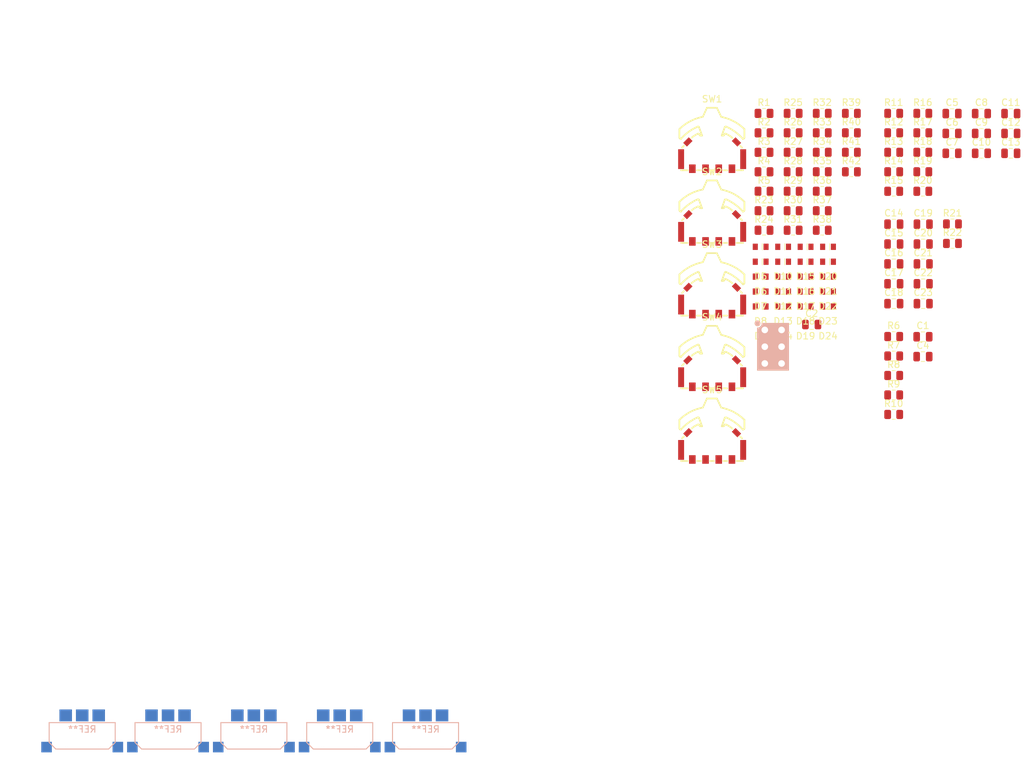
<source format=kicad_pcb>
(kicad_pcb (version 20231007) (generator pcbnew)
  (layers (0 "F.Cu" signal) (31 "B.Cu" signal) (34 "B.Paste" user) (35 "F.Paste" user) (36 "B.SilkS" user "B.Silkscreen") (37 "F.SilkS" user "F.Silkscreen") (38 "B.Mask" user) (39 "F.Mask" user) (44 "Edge.Cuts" user))
  (net 0 "")
  (net 1 "Net-(U1-EN{slash}CHIP_PU)")
  (net 2 "GND")
  (net 3 "+3V3")
  (net 4 "VIN")
  (net 5 "VUSB")
  (net 6 "/Power management/FB33")
  (net 7 "VBAT")
  (net 8 "/Power management/SENSE")
  (net 9 "Net-(D4-A)")
  (net 10 "Net-(D2-A)")
  (net 11 "/E-Paper/PREVGL")
  (net 12 "/E-Paper/PREVGH")
  (net 13 "/E-Paper/VGL")
  (net 14 "/E-Paper/VGH")
  (net 15 "Net-(J6-Pin_7)")
  (net 16 "/E-Paper/VSH")
  (net 17 "/E-Paper/VSL")
  (net 18 "/E-Paper/VCOM")
  (net 19 "/A")
  (net 20 "/B")
  (net 22 "SCL")
  (net 24 "SDA")
  (net 25 "/microcontroller/SDCARD CS")
  (net 26 "/CC1")
  (net 27 "/CC2")
  (net 28 "/E-Paper/CS")
  (net 29 "MSW2L")
  (net 30 "Net-(U1-GPIO13{slash}USB_D+)")
  (net 31 "/microcontroller/D+")
  (net 32 "/microcontroller/D-")
  (net 33 "Net-(U1-GPIO12{slash}USB_D-)")
  (net 34 "Net-(U3-PROG)")
  (net 35 "/Power management/CHRG")
  (net 36 "Net-(Q1-G)")
  (net 37 "Net-(Q1-D)")
  (net 38 "Net-(U4-SET)")
  (net 39 "/E-Paper/RESE")
  (net 40 "LED E")
  (net 41 "LED D")
  (net 42 "LED C")
  (net 43 "LED B")
  (net 44 "LED A")
  (net 45 "MSW1L")
  (net 46 "MSW1B")
  (net 47 "MSW1R")
  (net 48 "MSW2R")
  (net 49 "MSW2B")
  (net 50 "MSW3R")
  (net 51 "MSW3B")
  (net 52 "MSW3L")
  (net 53 "MSW4R")
  (net 54 "MSW4B")
  (net 55 "MSW4L")
  (net 56 "MSW5R")
  (net 57 "MSW5B")
  (net 58 "MSW5L")
  (footprint "BamboulabFootprints:TM-2023" (layer "F.Cu") (at 197.389 70.695)
    (property "Reference" "SW1" (at 0 -8.636 0 unlocked) (layer "F.SilkS"))
    (property "Value" "Multi-Directional-Switches")
    (pad "" np_thru_hole circle (at -1.888 -0.029) (size 1.1 1.1) (drill 1.1) (layers "*.Cu" "*.Mask"))
    (pad "" np_thru_hole circle (at 1.912 -0.029) (size 1.1 1.1) (drill 1.1) (layers "*.Cu" "*.Mask"))
    (pad "1" smd rect (at -2.988 1.921) (size 1 1.3) (layers "F.Cu" "F.Paste" "F.Mask") (net 2 "GND"))
    (pad "2" smd rect (at 3.012 1.921) (size 1 1.3) (layers "F.Cu" "F.Paste" "F.Mask") (net 47 "MSW1R"))
    (pad "3" smd rect (at -4.688 0.471) (size 0.9 3) (layers "F.Cu" "F.Paste" "F.Mask") (net 46 "MSW1B"))
    (pad "4" smd rect (at 4.712 0.471) (size 0.9 3) (layers "F.Cu" "F.Paste" "F.Mask") (net 45 "MSW1L"))
    (pad "5" smd rect (at 3.692 -2.139 315) (size 1.2 0.8) (layers "F.Cu" "F.Paste" "F.Mask"))
    (pad "6" smd rect (at -3.668 -2.139 45) (size 1.2 0.8) (layers "F.Cu" "F.Paste" "F.Mask"))
    (pad "C" smd rect (at -0.988 1.921) (size 1 1.3) (layers "F.Cu" "F.Paste" "F.Mask"))
    (pad "T" smd rect (at 1.012 1.921) (size 1 1.3) (layers "F.Cu" "F.Paste" "F.Mask"))
  )
  (footprint "BamboulabFootprints:XL-1606UOC Side Sticker LED" (layer "F.Cu") (at 211.551 87.177)
    (property "Reference" "D16" (at 0 4 0 unlocked) (layer "F.SilkS"))
    (property "Value" "LED_Small")
    (pad "1" smd rect (at 0.815 -0.475) (size 0.77 0.95) (layers "F.Cu" "F.Paste" "F.Mask") (net 20 "/B"))
    (pad "2" smd rect (at -0.815 -0.475) (size 0.77 0.95) (layers "F.Cu" "F.Paste" "F.Mask") (net 19 "/A"))
  )
  (footprint "Resistor_SMD:R_0805_2012Metric" (layer "F.Cu") (at 233.796 80.982)
    (property "Reference" "R21" (at 0 -1.65 0) (layer "F.SilkS"))
    (property "Value" "27")
    (pad "1" smd roundrect (at -0.9125 0) (size 1.025 1.4) (layers "F.Cu" "F.Paste" "F.Mask") (roundrect_rratio 0.243902) (net 2 "GND"))
    (pad "2" smd roundrect (at 0.9125 0) (size 1.025 1.4) (layers "F.Cu" "F.Paste" "F.Mask") (roundrect_rratio 0.243902) (net 39 "/E-Paper/RESE"))
  )
  (footprint "BamboulabFootprints:TM-2023" (layer "F.Cu") (at 197.389 114.731)
    (property "Reference" "SW5" (at 0 -8.636 0 unlocked) (layer "F.SilkS"))
    (property "Value" "Multi-Directional-Switches")
    (pad "" np_thru_hole circle (at -1.888 -0.029) (size 1.1 1.1) (drill 1.1) (layers "*.Cu" "*.Mask"))
    (pad "" np_thru_hole circle (at 1.912 -0.029) (size 1.1 1.1) (drill 1.1) (layers "*.Cu" "*.Mask"))
    (pad "1" smd rect (at -2.988 1.921) (size 1 1.3) (layers "F.Cu" "F.Paste" "F.Mask") (net 2 "GND"))
    (pad "2" smd rect (at 3.012 1.921) (size 1 1.3) (layers "F.Cu" "F.Paste" "F.Mask") (net 56 "MSW5R"))
    (pad "3" smd rect (at -4.688 0.471) (size 0.9 3) (layers "F.Cu" "F.Paste" "F.Mask") (net 57 "MSW5B"))
    (pad "4" smd rect (at 4.712 0.471) (size 0.9 3) (layers "F.Cu" "F.Paste" "F.Mask") (net 58 "MSW5L"))
    (pad "5" smd rect (at 3.692 -2.139 315) (size 1.2 0.8) (layers "F.Cu" "F.Paste" "F.Mask"))
    (pad "6" smd rect (at -3.668 -2.139 45) (size 1.2 0.8) (layers "F.Cu" "F.Paste" "F.Mask"))
    (pad "C" smd rect (at -0.988 1.921) (size 1 1.3) (layers "F.Cu" "F.Paste" "F.Mask"))
    (pad "T" smd rect (at 1.012 1.921) (size 1 1.3) (layers "F.Cu" "F.Paste" "F.Mask"))
  )
  (footprint "BamboulabFootprints:XL-1606UOC Side Sticker LED" (layer "F.Cu") (at 204.751 93.957)
    (property "Reference" "D9" (at 0 4 0 unlocked) (layer "F.SilkS"))
    (property "Value" "LED_Small")
    (pad "1" smd rect (at 0.815 -0.475) (size 0.77 0.95) (layers "F.Cu" "F.Paste" "F.Mask") (net 19 "/A"))
    (pad "2" smd rect (at -0.815 -0.475) (size 0.77 0.95) (layers "F.Cu" "F.Paste" "F.Mask") (net 20 "/B"))
  )
  (footprint "Capacitor_SMD:C_0805_2012Metric" (layer "F.Cu") (at 233.736 64.262)
    (property "Reference" "C5" (at 0 -1.68 0) (layer "F.SilkS"))
    (property "Value" "100n")
    (pad "1" smd roundrect (at -0.95 0) (size 1 1.45) (layers "F.Cu" "F.Paste" "F.Mask") (net 4 "VIN"))
    (pad "2" smd roundrect (at 0.95 0) (size 1 1.45) (layers "F.Cu" "F.Paste" "F.Mask") (net 2 "GND"))
  )
  (footprint "BamboulabFootprints:XL-1606UOC Side Sticker LED" (layer "F.Cu") (at 214.951 87.177)
    (property "Reference" "D21" (at 0 4 0 unlocked) (layer "F.SilkS"))
    (property "Value" "LED_Small")
    (pad "1" smd rect (at 0.815 -0.475) (size 0.77 0.95) (layers "F.Cu" "F.Paste" "F.Mask") (net 20 "/B"))
    (pad "2" smd rect (at -0.815 -0.475) (size 0.77 0.95) (layers "F.Cu" "F.Paste" "F.Mask") (net 19 "/A"))
  )
  (footprint "Capacitor_SMD:C_0805_2012Metric" (layer "F.Cu") (at 238.186 67.272)
    (property "Reference" "C9" (at 0 -1.68 0) (layer "F.SilkS"))
    (property "Value" "100n")
    (pad "1" smd roundrect (at -0.95 0) (size 1 1.45) (layers "F.Cu" "F.Paste" "F.Mask") (net 2 "GND"))
    (pad "2" smd roundrect (at 0.95 0) (size 1 1.45) (layers "F.Cu" "F.Paste" "F.Mask") (net 5 "VUSB"))
  )
  (footprint "Resistor_SMD:R_0805_2012Metric" (layer "F.Cu") (at 205.256 67.182)
    (property "Reference" "R2" (at 0 -1.65 0) (layer "F.SilkS"))
    (property "Value" "4k7")
    (pad "1" smd roundrect (at -0.9125 0) (size 1.025 1.4) (layers "F.Cu" "F.Paste" "F.Mask") (roundrect_rratio 0.243902) (net 22 "SCL"))
    (pad "2" smd roundrect (at 0.9125 0) (size 1.025 1.4) (layers "F.Cu" "F.Paste" "F.Mask") (roundrect_rratio 0.243902) (net 3 "+3V3"))
  )
  (footprint "BamboulabFootprints:XL-1606UOC Side Sticker LED" (layer "F.Cu") (at 214.951 93.957)
    (property "Reference" "D24" (at 0 4 0 unlocked) (layer "F.SilkS"))
    (property "Value" "LED_Small")
    (pad "1" smd rect (at 0.815 -0.475) (size 0.77 0.95) (layers "F.Cu" "F.Paste" "F.Mask") (net 19 "/A"))
    (pad "2" smd rect (at -0.815 -0.475) (size 0.77 0.95) (layers "F.Cu" "F.Paste" "F.Mask") (net 19 "/A"))
  )
  (footprint "Resistor_SMD:R_0805_2012Metric" (layer "F.Cu") (at 205.256 78.982)
    (property "Reference" "R23" (at 0 -1.65 0) (layer "F.SilkS"))
    (property "Value" "R_Small")
    (pad "1" smd roundrect (at -0.9125 0) (size 1.025 1.4) (layers "F.Cu" "F.Paste" "F.Mask") (roundrect_rratio 0.243902) (net 40 "LED E"))
    (pad "2" smd roundrect (at 0.9125 0) (size 1.025 1.4) (layers "F.Cu" "F.Paste" "F.Mask") (roundrect_rratio 0.243902) (net 19 "/A"))
  )
  (footprint "Capacitor_SMD:C_0805_2012Metric" (layer "F.Cu") (at 212.476 96.212)
    (property "Reference" "C2" (at 0 -1.68 0) (layer "F.SilkS"))
    (property "Value" "100n")
    (pad "1" smd roundrect (at -0.95 0) (size 1 1.45) (layers "F.Cu" "F.Paste" "F.Mask") (net 2 "GND"))
    (pad "2" smd roundrect (at 0.95 0) (size 1 1.45) (layers "F.Cu" "F.Paste" "F.Mask") (net 3 "+3V3"))
  )
  (footprint "Resistor_SMD:R_0805_2012Metric" (layer "F.Cu") (at 218.486 73.082)
    (property "Reference" "R42" (at 0 -1.65 0) (layer "F.SilkS"))
    (property "Value" "10k")
    (pad "1" smd roundrect (at -0.9125 0) (size 1.025 1.4) (layers "F.Cu" "F.Paste" "F.Mask") (roundrect_rratio 0.243902) (net 3 "+3V3"))
    (pad "2" smd roundrect (at 0.9125 0) (size 1.025 1.4) (layers "F.Cu" "F.Paste" "F.Mask") (roundrect_rratio 0.243902) (net 58 "MSW5L"))
  )
  (footprint "Resistor_SMD:R_0805_2012Metric" (layer "F.Cu") (at 224.896 98.032)
    (property "Reference" "R6" (at 0 -1.65 0) (layer "F.SilkS"))
    (property "Value" "10k")
    (pad "1" smd roundrect (at -0.9125 0) (size 1.025 1.4) (layers "F.Cu" "F.Paste" "F.Mask") (roundrect_rratio 0.243902) (net 1 "Net-(U1-EN{slash}CHIP_PU)"))
    (pad "2" smd roundrect (at 0.9125 0) (size 1.025 1.4) (layers "F.Cu" "F.Paste" "F.Mask") (roundrect_rratio 0.243902) (net 3 "+3V3"))
  )
  (footprint "Resistor_SMD:R_0805_2012Metric" (layer "F.Cu") (at 224.896 109.832)
    (property "Reference" "R10" (at 0 -1.65 0) (layer "F.SilkS"))
    (property "Value" "27")
    (pad "1" smd roundrect (at -0.9125 0) (size 1.025 1.4) (layers "F.Cu" "F.Paste" "F.Mask") (roundrect_rratio 0.243902) (net 32 "/microcontroller/D-"))
    (pad "2" smd roundrect (at 0.9125 0) (size 1.025 1.4) (layers "F.Cu" "F.Paste" "F.Mask") (roundrect_rratio 0.243902) (net 33 "Net-(U1-GPIO12{slash}USB_D-)"))
  )
  (footprint "BamboulabFootprints:XL-1606UOC Side Sticker LED" (layer "F.Cu") (at 211.551 91.697)
    (property "Reference" "D18" (at 0 4 0 unlocked) (layer "F.SilkS"))
    (property "Value" "LED_Small")
    (pad "1" smd rect (at 0.815 -0.475) (size 0.77 0.95) (layers "F.Cu" "F.Paste" "F.Mask") (net 19 "/A"))
    (pad "2" smd rect (at -0.815 -0.475) (size 0.77 0.95) (layers "F.Cu" "F.Paste" "F.Mask") (net 20 "/B"))
  )
  (footprint "Resistor_SMD:R_0805_2012Metric" (layer "F.Cu") (at 224.896 64.232)
    (property "Reference" "R11" (at 0 -1.65 0) (layer "F.SilkS"))
    (property "Value" "10k")
    (pad "1" smd roundrect (at -0.9125 0) (size 1.025 1.4) (layers "F.Cu" "F.Paste" "F.Mask") (roundrect_rratio 0.243902) (net 6 "/Power management/FB33"))
    (pad "2" smd roundrect (at 0.9125 0) (size 1.025 1.4) (layers "F.Cu" "F.Paste" "F.Mask") (roundrect_rratio 0.243902) (net 2 "GND"))
  )
  (footprint "Resistor_SMD:R_0805_2012Metric" (layer "F.Cu") (at 209.666 76.032)
    (property "Reference" "R29" (at 0 -1.65 0) (layer "F.SilkS"))
    (property "Value" "10k")
    (pad "1" smd roundrect (at -0.9125 0) (size 1.025 1.4) (layers "F.Cu" "F.Paste" "F.Mask") (roundrect_rratio 0.243902) (net 3 "+3V3"))
    (pad "2" smd roundrect (at 0.9125 0) (size 1.025 1.4) (layers "F.Cu" "F.Paste" "F.Mask") (roundrect_rratio 0.243902) (net 46 "MSW1B"))
  )
  (footprint "Resistor_SMD:R_0805_2012Metric" (layer "F.Cu") (at 214.076 64.232)
    (property "Reference" "R32" (at 0 -1.65 0) (layer "F.SilkS"))
    (property "Value" "10k")
    (pad "1" smd roundrect (at -0.9125 0) (size 1.025 1.4) (layers "F.Cu" "F.Paste" "F.Mask") (roundrect_rratio 0.243902) (net 3 "+3V3"))
    (pad "2" smd roundrect (at 0.9125 0) (size 1.025 1.4) (layers "F.Cu" "F.Paste" "F.Mask") (roundrect_rratio 0.243902) (net 49 "MSW2B"))
  )
  (footprint "Capacitor_SMD:C_0805_2012Metric" (layer "F.Cu") (at 224.916 87.032)
    (property "Reference" "C16" (at 0 -1.68 0) (layer "F.SilkS"))
    (property "Value" "1u")
    (pad "1" smd roundrect (at -0.95 0) (size 1 1.45) (layers "F.Cu" "F.Paste" "F.Mask") (net 2 "GND"))
    (pad "2" smd roundrect (at 0.95 0) (size 1 1.45) (layers "F.Cu" "F.Paste" "F.Mask") (net 12 "/E-Paper/PREVGH"))
  )
  (footprint "Resistor_SMD:R_0805_2012Metric" (layer "F.Cu") (at 224.896 103.932)
    (property "Reference" "R8" (at 0 -1.65 0) (layer "F.SilkS"))
    (property "Value" "10k")
    (pad "1" smd roundrect (at -0.9125 0) (size 1.025 1.4) (layers "F.Cu" "F.Paste" "F.Mask") (roundrect_rratio 0.243902) (net 3 "+3V3"))
    (pad "2" smd roundrect (at 0.9125 0) (size 1.025 1.4) (layers "F.Cu" "F.Paste" "F.Mask") (roundrect_rratio 0.243902) (net 29 "MSW2L"))
  )
  (footprint "Capacitor_SMD:C_0805_2012Metric" (layer "F.Cu") (at 229.326 98.062)
    (property "Reference" "C1" (at 0 -1.68 0) (layer "F.SilkS"))
    (property "Value" "1u")
    (pad "1" smd roundrect (at -0.95 0) (size 1 1.45) (layers "F.Cu" "F.Paste" "F.Mask") (net 1 "Net-(U1-EN{slash}CHIP_PU)"))
    (pad "2" smd roundrect (at 0.95 0) (size 1 1.45) (layers "F.Cu" "F.Paste" "F.Mask") (net 2 "GND"))
  )
  (footprint "Capacitor_SMD:C_0805_2012Metric" (layer "F.Cu") (at 224.916 93.052)
    (property "Reference" "C18" (at 0 -1.68 0) (layer "F.SilkS"))
    (property "Value" "1u")
    (pad "1" smd roundrect (at -0.95 0) (size 1 1.45) (layers "F.Cu" "F.Paste" "F.Mask") (net 2 "GND"))
    (pad "2" smd roundrect (at 0.95 0) (size 1 1.45) (layers "F.Cu" "F.Paste" "F.Mask") (net 13 "/E-Paper/VGL"))
  )
  (footprint "BamboulabFootprints:XL-1606UOC Side Sticker LED" (layer "F.Cu") (at 214.951 91.697)
    (property "Reference" "D23" (at 0 4 0 unlocked) (layer "F.SilkS"))
    (property "Value" "LED_Small")
    (pad "1" smd rect (at 0.815 -0.475) (size 0.77 0.95) (layers "F.Cu" "F.Paste" "F.Mask") (net 20 "/B"))
    (pad "2" smd rect (at -0.815 -0.475) (size 0.77 0.95) (layers "F.Cu" "F.Paste" "F.Mask") (net 19 "/A"))
  )
  (footprint "Resistor_SMD:R_0805_2012Metric" (layer "F.Cu") (at 224.896 67.182)
    (property "Reference" "R12" (at 0 -1.65 0) (layer "F.SilkS"))
    (property "Value" "45.3k")
    (pad "1" smd roundrect (at -0.9125 0) (size 1.025 1.4) (layers "F.Cu" "F.Paste" "F.Mask") (roundrect_rratio 0.243902) (net 3 "+3V3"))
    (pad "2" smd roundrect (at 0.9125 0) (size 1.025 1.4) (layers "F.Cu" "F.Paste" "F.Mask") (roundrect_rratio 0.243902) (net 6 "/Power management/FB33"))
  )
  (footprint "BamboulabFootprints:XL-1606UOC Side Sticker LED" (layer "F.Cu") (at 204.751 84.917)
    (property "Reference" "D5" (at 0 4 0 unlocked) (layer "F.SilkS"))
    (property "Value" "LED_Small")
    (pad "1" smd rect (at 0.815 -0.475) (size 0.77 0.95) (layers "F.Cu" "F.Paste" "F.Mask") (net 19 "/A"))
    (pad "2" smd rect (at -0.815 -0.475) (size 0.77 0.95) (layers "F.Cu" "F.Paste" "F.Mask") (net 19 "/A"))
  )
  (footprint "Capacitor_SMD:C_0805_2012Metric" (layer "F.Cu") (at 224.916 90.042)
    (property "Reference" "C17" (at 0 -1.68 0) (layer "F.SilkS"))
    (property "Value" "4u7")
    (pad "1" smd roundrect (at -0.95 0) (size 1 1.45) (layers "F.Cu" "F.Paste" "F.Mask") (net 2 "GND"))
    (pad "2" smd roundrect (at 0.95 0) (size 1 1.45) (layers "F.Cu" "F.Paste" "F.Mask") (net 3 "+3V3"))
  )
  (footprint "Resistor_SMD:R_0805_2012Metric" (layer "F.Cu") (at 209.666 64.232)
    (property "Reference" "R25" (at 0 -1.65 0) (layer "F.SilkS"))
    (property "Value" "R_Small")
    (pad "1" smd roundrect (at -0.9125 0) (size 1.025 1.4) (layers "F.Cu" "F.Paste" "F.Mask") (roundrect_rratio 0.243902) (net 42 "LED C"))
    (pad "2" smd roundrect (at 0.9125 0) (size 1.025 1.4) (layers "F.Cu" "F.Paste" "F.Mask") (roundrect_rratio 0.243902) (net 19 "/A"))
  )
  (footprint "Capacitor_SMD:C_0805_2012Metric" (layer "F.Cu") (at 229.366 87.032)
    (property "Reference" "C21" (at 0 -1.68 0) (layer "F.SilkS"))
    (property "Value" "1u")
    (pad "1" smd roundrect (at -0.95 0) (size 1 1.45) (layers "F.Cu" "F.Paste" "F.Mask") (net 2 "GND"))
    (pad "2" smd roundrect (at 0.95 0) (size 1 1.45) (layers "F.Cu" "F.Paste" "F.Mask") (net 16 "/E-Paper/VSH"))
  )
  (footprint "Resistor_SMD:R_0805_2012Metric" (layer "F.Cu") (at 209.666 67.182)
    (property "Reference" "R26" (at 0 -1.65 0) (layer "F.SilkS"))
    (property "Value" "R_Small")
    (pad "1" smd roundrect (at -0.9125 0) (size 1.025 1.4) (layers "F.Cu" "F.Paste" "F.Mask") (roundrect_rratio 0.243902) (net 43 "LED B"))
    (pad "2" smd roundrect (at 0.9125 0) (size 1.025 1.4) (layers "F.Cu" "F.Paste" "F.Mask") (roundrect_rratio 0.243902) (net 20 "/B"))
  )
  (footprint "Resistor_SMD:R_0805_2012Metric" (layer "F.Cu") (at 205.256 81.932)
    (property "Reference" "R24" (at 0 -1.65 0) (layer "F.SilkS"))
    (property "Value" "R_Small")
    (pad "1" smd roundrect (at -0.9125 0) (size 1.025 1.4) (layers "F.Cu" "F.Paste" "F.Mask") (roundrect_rratio 0.243902) (net 41 "LED D"))
    (pad "2" smd roundrect (at 0.9125 0) (size 1.025 1.4) (layers "F.Cu" "F.Paste" "F.Mask") (roundrect_rratio 0.243902) (net 20 "/B"))
  )
  (footprint "Resistor_SMD:R_0805_2012Metric" (layer "F.Cu") (at 205.256 64.232)
    (property "Reference" "R1" (at 0 -1.65 0) (layer "F.SilkS"))
    (property "Value" "10k")
    (pad "1" smd roundrect (at -0.9125 0) (size 1.025 1.4) (layers "F.Cu" "F.Paste" "F.Mask") (roundrect_rratio 0.243902) (net 3 "+3V3"))
    (pad "2" smd roundrect (at 0.9125 0) (size 1.025 1.4) (layers "F.Cu" "F.Paste" "F.Mask") (roundrect_rratio 0.243902) (net 25 "/microcontroller/SDCARD CS"))
  )
  (footprint "BamboulabFootprints:XL-1606UOC Side Sticker LED" (layer "F.Cu") (at 208.151 84.917)
    (property "Reference" "D10" (at 0 4 0 unlocked) (layer "F.SilkS"))
    (property "Value" "LED_Small")
    (pad "1" smd rect (at 0.815 -0.475) (size 0.77 0.95) (layers "F.Cu" "F.Paste" "F.Mask") (net 20 "/B"))
    (pad "2" smd rect (at -0.815 -0.475) (size 0.77 0.95) (layers "F.Cu" "F.Paste" "F.Mask") (net 20 "/B"))
  )
  (footprint "Resistor_SMD:R_0805_2012Metric" (layer "F.Cu") (at 218.486 67.182)
    (property "Reference" "R40" (at 0 -1.65 0) (layer "F.SilkS"))
    (property "Value" "10k")
    (pad "1" smd roundrect (at -0.9125 0) (size 1.025 1.4) (layers "F.Cu" "F.Paste" "F.Mask") (roundrect_rratio 0.243902) (net 3 "+3V3"))
    (pad "2" smd roundrect (at 0.9125 0) (size 1.025 1.4) (layers "F.Cu" "F.Paste" "F.Mask") (roundrect_rratio 0.243902) (net 56 "MSW5R"))
  )
  (footprint "Capacitor_SMD:C_0805_2012Metric" (layer "F.Cu") (at 229.366 90.042)
    (property "Reference" "C22" (at 0 -1.68 0) (layer "F.SilkS"))
    (property "Value" "1u")
    (pad "1" smd roundrect (at -0.95 0) (size 1 1.45) (layers "F.Cu" "F.Paste" "F.Mask") (net 2 "GND"))
    (pad "2" smd roundrect (at 0.95 0) (size 1 1.45) (layers "F.Cu" "F.Paste" "F.Mask") (net 17 "/E-Paper/VSL"))
  )
  (footprint "Resistor_SMD:R_0805_2012Metric" (layer "F.Cu") (at 224.896 73.082)
    (property "Reference" "R14" (at 0 -1.65 0) (layer "F.SilkS"))
    (property "Value" "10k")
    (pad "1" smd roundrect (at -0.9125 0) (size 1.025 1.4) (layers "F.Cu" "F.Paste" "F.Mask") (roundrect_rratio 0.243902) (net 35 "/Power management/CHRG"))
    (pad "2" smd roundrect (at 0.9125 0) (size 1.025 1.4) (layers "F.Cu" "F.Paste" "F.Mask") (roundrect_rratio 0.243902) (net 3 "+3V3"))
  )
  (footprint "Resistor_SMD:R_0805_2012Metric" (layer "F.Cu") (at 209.666 73.082)
    (property "Reference" "R28" (at 0 -1.65 0) (layer "F.SilkS"))
    (property "Value" "10k")
    (pad "1" smd roundrect (at -0.9125 0) (size 1.025 1.4) (layers "F.Cu" "F.Paste" "F.Mask") (roundrect_rratio 0.243902) (net 3 "+3V3"))
    (pad "2" smd roundrect (at 0.9125 0) (size 1.025 1.4) (layers "F.Cu" "F.Paste" "F.Mask") (roundrect_rratio 0.243902) (net 45 "MSW1L"))
  )
  (footprint "Resistor_SMD:R_0805_2012Metric" (layer "F.Cu") (at 224.896 76.032)
    (property "Reference" "R15" (at 0 -1.65 0) (layer "F.SilkS"))
    (property "Value" "1k")
    (pad "1" smd roundrect (at -0.9125 0) (size 1.025 1.4) (layers "F.Cu" "F.Paste" "F.Mask") (roundrect_rratio 0.243902) (net 5 "VUSB"))
    (pad "2" smd roundrect (at 0.9125 0) (size 1.025 1.4) (layers "F.Cu" "F.Paste" "F.Mask") (roundrect_rratio 0.243902) (net 36 "Net-(Q1-G)"))
  )
  (footprint "Resistor_SMD:R_0805_2012Metric" (layer "F.Cu") (at 224.896 100.982)
    (property "Reference" "R7" (at 0 -1.65 0) (layer "F.SilkS"))
    (property "Value" "10k")
    (pad "1" smd roundrect (at -0.9125 0) (size 1.025 1.4) (layers "F.Cu" "F.Paste" "F.Mask") (roundrect_rratio 0.243902) (net 28 "/E-Paper/CS"))
    (pad "2" smd roundrect (at 0.9125 0) (size 1.025 1.4) (layers "F.Cu" "F.Paste" "F.Mask") (roundrect_rratio 0.243902) (net 3 "+3V3"))
  )
  (footprint "BamboulabFootprints:XL-1606UOC Side Sticker LED" (layer "F.Cu") (at 204.751 91.697)
    (property "Reference" "D8" (at 0 4 0 unlocked) (layer "F.SilkS"))
    (property "Value" "LED_Small")
    (pad "1" smd rect (at 0.815 -0.475) (size 0.77 0.95) (layers "F.Cu" "F.Paste" "F.Mask") (net 20 "/B"))
    (pad "2" smd rect (at -0.815 -0.475) (size 0.77 0.95) (layers "F.Cu" "F.Paste" "F.Mask") (net 19 "/A"))
  )
  (footprint "Resistor_SMD:R_0805_2012Metric" (layer "F.Cu") (at 229.306 67.182)
    (property "Reference" "R17" (at 0 -1.65 0) (layer "F.SilkS"))
    (property "Value" "10k")
    (pad "1" smd roundrect (at -0.9125 0) (size 1.025 1.4) (layers "F.Cu" "F.Paste" "F.Mask") (roundrect_rratio 0.243902) (net 7 "VBAT"))
    (pad "2" smd roundrect (at 0.9125 0) (size 1.025 1.4) (layers "F.Cu" "F.Paste" "F.Mask") (roundrect_rratio 0.243902) (net 37 "Net-(Q1-D)"))
  )
  (footprint "BamboulabFootprints:XL-1606UOC Side Sticker LED" (layer "F.Cu") (at 214.951 84.917)
    (property "Reference" "D20" (at 0 4 0 unlocked) (layer "F.SilkS"))
    (property "Value" "LED_Small")
    (pad "1" smd rect (at 0.815 -0.475) (size 0.77 0.95) (layers "F.Cu" "F.Paste" "F.Mask") (net 19 "/A"))
    (pad "2" smd rect (at -0.815 -0.475) (size 0.77 0.95) (layers "F.Cu" "F.Paste" "F.Mask") (net 20 "/B"))
  )
  (footprint "Resistor_SMD:R_0805_2012Metric" (layer "F.Cu") (at 205.256 76.032)
    (property "Reference" "R5" (at 0 -1.65 0) (layer "F.SilkS"))
    (property "Value" "5.1k")
    (pad "1" smd roundrect (at -0.9125 0) (size 1.025 1.4) (layers "F.Cu" "F.Paste" "F.Mask") (roundrect_rratio 0.243902) (net 2 "GND"))
    (pad "2" smd roundrect (at 0.9125 0) (size 1.025 1.4) (layers "F.Cu" "F.Paste" "F.Mask") (roundrect_rratio 0.243902) (net 27 "/CC2"))
  )
  (footprint "Resistor_SMD:R_0805_2012Metric" (layer "F.Cu") (at 214.076 78.982)
    (property "Reference" "R37" (at 0 -1.65 0) (layer "F.SilkS"))
    (property "Value" "10k")
    (pad "1" smd roundrect (at -0.9125 0) (size 1.025 1.4) (layers "F.Cu" "F.Paste" "F.Mask") (roundrect_rratio 0.243902) (net 3 "+3V3"))
    (pad "2" smd roundrect (at 0.9125 0) (size 1.025 1.4) (layers "F.Cu" "F.Paste" "F.Mask") (roundrect_rratio 0.243902) (net 53 "MSW4R"))
  )
  (footprint "BamboulabFootprints:XL-1606UOC Side Sticker LED" (layer "F.Cu") (at 214.951 89.437)
    (property "Reference" "D22" (at 0 4 0 unlocked) (layer "F.SilkS"))
    (property "Value" "LED_Small")
    (pad "1" smd rect (at 0.815 -0.475) (size 0.77 0.95) (layers "F.Cu" "F.Paste" "F.Mask") (net 19 "/A"))
    (pad "2" smd rect (at -0.815 -0.475) (size 0.77 0.95) (layers "F.Cu" "F.Paste" "F.Mask") (net 19 "/A"))
  )
  (footprint "Resistor_SMD:R_0805_2012Metric" (layer "F.Cu") (at 229.306 70.132)
    (property "Reference" "R18" (at 0 -1.65 0) (layer "F.SilkS"))
    (property "Value" "100k")
    (pad "1" smd roundrect (at -0.9125 0) (size 1.025 1.4) (layers "F.Cu" "F.Paste" "F.Mask") (roundrect_rratio 0.243902) (net 8 "/Power management/SENSE"))
    (pad "2" smd roundrect (at 0.9125 0) (size 1.025 1.4) (layers "F.Cu" "F.Paste" "F.Mask") (roundrect_rratio 0.243902) (net 7 "VBAT"))
  )
  (footprint "Capacitor_SMD:C_0805_2012Metric" (layer "F.Cu") (at 233.736 67.272)
    (property "Reference" "C6" (at 0 -1.68 0) (layer "F.SilkS"))
    (property "Value" "22u")
    (pad "1" smd roundrect (at -0.95 0) (size 1 1.45) (layers "F.Cu" "F.Paste" "F.Mask") (net 4 "VIN"))
    (pad "2" smd roundrect (at 0.95 0) (size 1 1.45) (layers "F.Cu" "F.Paste" "F.Mask") (net 2 "GND"))
  )
  (footprint "Capacitor_SMD:C_0805_2012Metric" (layer "F.Cu") (at 242.636 70.282)
    (property "Reference" "C13" (at 0 -1.68 0) (layer "F.SilkS"))
    (property "Value" "100n")
    (pad "1" smd roundrect (at -0.95 0) (size 1 1.45) (layers "F.Cu" "F.Paste" "F.Mask") (net 8 "/Power management/SENSE"))
    (pad "2" smd roundrect (at 0.95 0) (size 1 1.45) (layers "F.Cu" "F.Paste" "F.Mask") (net 2 "GND"))
  )
  (footprint "Capacitor_SMD:C_0805_2012Metric" (layer "F.Cu") (at 229.366 84.022)
    (property "Reference" "C20" (at 0 -1.68 0) (layer "F.SilkS"))
    (property "Value" "1u")
    (pad "1" smd roundrect (at -0.95 0) (size 1 1.45) (layers "F.Cu" "F.Paste" "F.Mask") (net 2 "GND"))
    (pad "2" smd roundrect (at 0.95 0) (size 1 1.45) (layers "F.Cu" "F.Paste" "F.Mask") (net 15 "Net-(J6-Pin_7)"))
  )
  (footprint "Resistor_SMD:R_0805_2012Metric" (layer "F.Cu") (at 224.896 106.882)
    (property "Reference" "R9" (at 0 -1.65 0) (layer "F.SilkS"))
    (property "Value" "27")
    (pad "1" smd roundrect (at -0.9125 0) (size 1.025 1.4) (layers "F.Cu" "F.Paste" "F.Mask") (roundrect_rratio 0.243902) (net 31 "/microcontroller/D+"))
    (pad "2" smd roundrect (at 0.9125 0) (size 1.025 1.4) (layers "F.Cu" "F.Paste" "F.Mask") (roundrect_rratio 0.243902) (net 30 "Net-(U1-GPIO13{slash}USB_D+)"))
  )
  (footprint "BamboulabFootprints:XL-1606UOC Side Sticker LED" (layer "F.Cu") (at 211.551 89.437)
    (property "Reference" "D17" (at 0 4 0 unlocked) (layer "F.SilkS"))
    (property "Value" "LED_Small")
    (pad "1" smd rect (at 0.815 -0.475) (size 0.77 0.95) (layers "F.Cu" "F.Paste" "F.Mask") (net 19 "/A"))
    (pad "2" smd rect (at -0.815 -0.475) (size 0.77 0.95) (layers "F.Cu" "F.Paste" "F.Mask") (net 19 "/A"))
  )
  (footprint "Resistor_SMD:R_0805_2012Metric" (layer "F.Cu") (at 229.306 64.232)
    (property "Reference" "R16" (at 0 -1.65 0) (layer "F.SilkS"))
    (property "Value" "100k")
    (pad "1" smd roundrect (at -0.9125 0) (size 1.025 1.4) (layers "F.Cu" "F.Paste" "F.Mask") (roundrect_rratio 0.243902) (net 2 "GND"))
    (pad "2" smd roundrect (at 0.9125 0) (size 1.025 1.4) (layers "F.Cu" "F.Paste" "F.Mask") (roundrect_rratio 0.243902) (net 36 "Net-(Q1-G)"))
  )
  (footprint "Resistor_SMD:R_0805_2012Metric" (layer "F.Cu") (at 224.896 70.132)
    (property "Reference" "R13" (at 0 -1.65 0) (layer "F.SilkS"))
    (property "Value" "2k")
    (pad "1" smd roundrect (at -0.9125 0) (size 1.025 1.4) (layers "F.Cu" "F.Paste" "F.Mask") (roundrect_rratio 0.243902) (net 2 "GND"))
    (pad "2" smd roundrect (at 0.9125 0) (size 1.025 1.4) (layers "F.Cu" "F.Paste" "F.Mask") (roundrect_rratio 0.243902) (net 34 "Net-(U3-PROG)"))
  )
  (footprint "BamboulabFootprints:XL-1606UOC Side Sticker LED" (layer "F.Cu") (at 211.551 84.917)
    (property "Reference" "D15" (at 0 4 0 unlocked) (layer "F.SilkS"))
    (property "Value" "LED_Small")
    (pad "1" smd rect (at 0.815 -0.475) (size 0.77 0.95) (layers "F.Cu" "F.Paste" "F.Mask") (net 19 "/A"))
    (pad "2" smd rect (at -0.815 -0.475) (size 0.77 0.95) (layers "F.Cu" "F.Paste" "F.Mask") (net 20 "/B"))
  )
  (footprint "Resistor_SMD:R_0805_2012Metric" (layer "F.Cu") (at 209.666 70.132)
    (property "Reference" "R27" (at 0 -1.65 0) (layer "F.SilkS"))
    (property "Value" "R_Small")
    (pad "1" smd roundrect (at -0.9125 0) (size 1.025 1.4) (layers "F.Cu" "F.Paste" "F.Mask") (roundrect_rratio 0.243902) (net 44 "LED A"))
    (pad "2" smd roundrect (at 0.9125 0) (size 1.025 1.4) (layers "F.Cu" "F.Paste" "F.Mask") (roundrect_rratio 0.243902) (net 19 "/A"))
  )
  (footprint "BamboulabFootprints:SAO2" (layer "F.Cu") (at 205.376 97.032)
    (property "Reference" "J1" hide)
    (property "Value" "SAO_connector")
    (pad "1" thru_hole oval (at 0 0) (size 1.7 1.7) (drill 1) (layers "*.Cu" "*.Mask") (net 3 "+3V3"))
    (pad "2" thru_hole oval (at 2.54 0) (size 1.7 1.7) (drill 1) (layers "*.Cu" "*.Mask") (net 2 "GND"))
    (pad "3" thru_hole oval (at 0 2.54) (size 1.7 1.7) (drill 1) (layers "*.Cu" "*.Mask") (net 24 "SDA"))
    (pad "4" thru_hole oval (at 2.54 2.54) (size 1.7 1.7) (drill 1) (layers "*.Cu" "*.Mask") (net 22 "SCL"))
    (pad "5" thru_hole oval (at 0 5.08) (size 1.7 1.7) (drill 1) (layers "*.Cu" "*.Mask"))
    (pad "6" thru_hole oval (at 2.54 5.08) (size 1.7 1.7) (drill 1) (layers "*.Cu" "*.Mask"))
  )
  (footprint "Resistor_SMD:R_0805_2012Metric" (layer "F.Cu") (at 209.666 81.932)
    (property "Reference" "R31" (at 0 -1.65 0) (layer "F.SilkS"))
    (property "Value" "10k")
    (pad "1" smd roundrect (at -0.9125 0) (size 1.025 1.4) (layers "F.Cu" "F.Paste" "F.Mask") (roundrect_rratio 0.243902) (net 3 "+3V3"))
    (pad "2" smd roundrect (at 0.9125 0) (size 1.025 1.4) (layers "F.Cu" "F.Paste" "F.Mask") (roundrect_rratio 0.243902) (net 48 "MSW2R"))
  )
  (footprint "Capacitor_SMD:C_0805_2012Metric" (layer "F.Cu") (at 238.186 64.262)
    (property "Reference" "C8" (at 0 -1.68 0) (layer "F.SilkS"))
    (property "Value" "22p")
    (pad "1" smd roundrect (at -0.95 0) (size 1 1.45) (layers "F.Cu" "F.Paste" "F.Mask") (net 3 "+3V3"))
    (pad "2" smd roundrect (at 0.95 0) (size 1 1.45) (layers "F.Cu" "F.Paste" "F.Mask") (net 6 "/Power management/FB33"))
  )
  (footprint "Resistor_SMD:R_0805_2012Metric" (layer "F.Cu") (at 209.666 78.982)
    (property "Reference" "R30" (at 0 -1.65 0) (layer "F.SilkS"))
    (property "Value" "10k")
    (pad "1" smd roundrect (at -0.9125 0) (size 1.025 1.4) (layers "F.Cu" "F.Paste" "F.Mask") (roundrect_rratio 0.243902) (net 3 "+3V3"))
    (pad "2" smd roundrect (at 0.9125 0) (size 1.025 1.4) (layers "F.Cu" "F.Paste" "F.Mask") (roundrect_rratio 0.243902) (net 47 "MSW1R"))
  )
  (footprint "BamboulabFootprints:XL-1606UOC Side Sticker LED" (layer "F.Cu") (at 208.151 87.177)
    (property "Reference" "D11" (at 0 4 0 unlocked) (layer "F.SilkS"))
    (property "Value" "LED_Small")
    (pad "1" smd rect (at 0.815 -0.475) (size 0.77 0.95) (layers "F.Cu" "F.Paste" "F.Mask") (net 19 "/A"))
    (pad "2" smd rect (at -0.815 -0.475) (size 0.77 0.95) (layers "F.Cu" "F.Paste" "F.Mask") (net 20 "/B"))
  )
  (footprint "Resistor_SMD:R_0805_2012Metric" (layer "F.Cu") (at 214.076 73.082)
    (property "Reference" "R35" (at 0 -1.65 0) (layer "F.SilkS"))
    (property "Value" "10k")
    (pad "1" smd roundrect (at -0.9125 0) (size 1.025 1.4) (layers "F.Cu" "F.Paste" "F.Mask") (roundrect_rratio 0.243902) (net 3 "+3V3"))
    (pad "2" smd roundrect (at 0.9125 0) (size 1.025 1.4) (layers "F.Cu" "F.Paste" "F.Mask") (roundrect_rratio 0.243902) (net 51 "MSW3B"))
  )
  (footprint "Capacitor_SMD:C_0805_2012Metric" (layer "F.Cu") (at 224.916 81.012)
    (property "Reference" "C14" (at 0 -1.68 0) (layer "F.SilkS"))
    (property "Value" "1u")
    (pad "1" smd roundrect (at -0.95 0) (size 1 1.45) (layers "F.Cu" "F.Paste" "F.Mask") (net 10 "Net-(D2-A)"))
    (pad "2" smd roundrect (at 0.95 0) (size 1 1.45) (layers "F.Cu" "F.Paste" "F.Mask") (net 9 "Net-(D4-A)"))
  )
  (footprint "BamboulabFootprints:XL-1606UOC Side Sticker LED" (layer "F.Cu") (at 208.151 91.697)
    (property "Reference" "D13" (at 0 4 0 unlocked) (layer "F.SilkS"))
    (property "Value" "LED_Small")
    (pad "1" smd rect (at 0.815 -0.475) (size 0.77 0.95) (layers "F.Cu" "F.Paste" "F.Mask") (net 20 "/B"))
    (pad "2" smd rect (at -0.815 -0.475) (size 0.77 0.95) (layers "F.Cu" "F.Paste" "F.Mask") (net 19 "/A"))
  )
  (footprint "Capacitor_SMD:C_0805_2012Metric" (layer "F.Cu") (at 229.366 93.052)
    (property "Reference" "C23" (at 0 -1.68 0) (layer "F.SilkS"))
    (property "Value" "1u")
    (pad "1" smd roundrect (at -0.95 0) (size 1 1.45) (layers "F.Cu" "F.Paste" "F.Mask") (net 2 "GND"))
    (pad "2" smd roundrect (at 0.95 0) (size 1 1.45) (layers "F.Cu" "F.Paste" "F.Mask") (net 18 "/E-Paper/VCOM"))
  )
  (footprint "Capacitor_SMD:C_0805_2012Metric" (layer "F.Cu") (at 229.366 81.012)
    (property "Reference" "C19" (at 0 -1.68 0) (layer "F.SilkS"))
    (property "Value" "1u")
    (pad "1" smd roundrect (at -0.95 0) (size 1 1.45) (layers "F.Cu" "F.Paste" "F.Mask") (net 2 "GND"))
    (pad "2" smd roundrect (at 0.95 0) (size 1 1.45) (layers "F.Cu" "F.Paste" "F.Mask") (net 14 "/E-Paper/VGH"))
  )
  (footprint "Resistor_SMD:R_0805_2012Metric" (layer "F.Cu") (at 233.796 83.932)
    (property "Reference" "R22" (at 0 -1.65 0) (layer "F.SilkS"))
    (property "Value" "0")
    (pad "1" smd roundrect (at -0.9125 0) (size 1.025 1.4) (layers "F.Cu" "F.Paste" "F.Mask") (roundrect_rratio 0.243902) (net 3 "+3V3"))
    (pad "2" smd roundrect (at 0.9125 0) (size 1.025 1.4) (layers "F.Cu" "F.Paste" "F.Mask") (roundrect_rratio 0.243902) (net 15 "Net-(J6-Pin_7)"))
  )
  (footprint "BamboulabFootprints:XL-1606UOC Side Sticker LED" (layer "F.Cu") (at 208.151 93.957)
    (property "Reference" "D14" (at 0 4 0 unlocked) (layer "F.SilkS"))
    (property "Value" "LED_Small")
    (pad "1" smd rect (at 0.815 -0.475) (size 0.77 0.95) (layers "F.Cu" "F.Paste" "F.Mask") (net 19 "/A"))
    (pad "2" smd rect (at -0.815 -0.475) (size 0.77 0.95) (layers "F.Cu" "F.Paste" "F.Mask") (net 20 "/B"))
  )
  (footprint "Resistor_SMD:R_0805_2012Metric" (layer "F.Cu") (at 214.076 70.132)
    (property "Reference" "R34" (at 0 -1.65 0) (layer "F.SilkS"))
    (property "Value" "10k")
    (pad "1" smd roundrect (at -0.9125 0) (size 1.025 1.4) (layers "F.Cu" "F.Paste" "F.Mask") (roundrect_rratio 0.243902) (net 3 "+3V3"))
    (pad "2" smd roundrect (at 0.9125 0) (size 1.025 1.4) (layers "F.Cu" "F.Paste" "F.Mask") (roundrect_rratio 0.243902) (net 50 "MSW3R"))
  )
  (footprint "Resistor_SMD:R_0805_2012Metric" (layer "F.Cu") (at 218.486 64.232)
    (property "Reference" "R39" (at 0 -1.65 0) (layer "F.SilkS"))
    (property "Value" "10k")
    (pad "1" smd roundrect (at -0.9125 0) (size 1.025 1.4) (layers "F.Cu" "F.Paste" "F.Mask") (roundrect_rratio 0.243902) (net 3 "+3V3"))
    (pad "2" smd roundrect (at 0.9125 0) (size 1.025 1.4) (layers "F.Cu" "F.Paste" "F.Mask") (roundrect_rratio 0.243902) (net 55 "MSW4L"))
  )
  (footprint "Capacitor_SMD:C_0805_2012Metric" (layer "F.Cu") (at 229.326 101.072)
    (property "Reference" "C4" (at 0 -1.68 0) (layer "F.SilkS"))
    (property "Value" "100n")
    (pad "1" smd roundrect (at -0.95 0) (size 1 1.45) (layers "F.Cu" "F.Paste" "F.Mask") (net 3 "+3V3"))
    (pad "2" smd roundrect (at 0.95 0) (size 1 1.45) (layers "F.Cu" "F.Paste" "F.Mask") (net 2 "GND"))
  )
  (footprint "BamboulabFootprints:TM-2023" (layer "F.Cu") (at 197.389 103.722)
    (property "Reference" "SW4" (at 0 -8.636 0 unlocked) (layer "F.SilkS"))
    (property "Value" "Multi-Directional-Switches")
    (pad "" np_thru_hole circle (at -1.888 -0.029) (size 1.1 1.1) (drill 1.1) (layers "*.Cu" "*.Mask"))
    (pad "" np_thru_hole circle (at 1.912 -0.029) (size 1.1 1.1) (drill 1.1) (layers "*.Cu" "*.Mask"))
    (pad "1" smd rect (at -2.988 1.921) (size 1 1.3) (layers "F.Cu" "F.Paste" "F.Mask"))
    (pad "2" smd rect (at 3.012 1.921) (size 1 1.3) (layers "F.Cu" "F.Paste" "F.Mask") (net 53 "MSW4R"))
    (pad "3" smd rect (at -4.688 0.471) (size 0.9 3) (layers "F.Cu" "F.Paste" "F.Mask") (net 54 "MSW4B"))
    (pad "4" smd rect (at 4.712 0.471) (size 0.9 3) (layers "F.Cu" "F.Paste" "F.Mask") (net 55 "MSW4L"))
    (pad "5" smd rect (at 3.692 -2.139 315) (size 1.2 0.8) (layers "F.Cu" "F.Paste" "F.Mask"))
    (pad "6" smd rect (at -3.668 -2.139 45) (size 1.2 0.8) (layers "F.Cu" "F.Paste" "F.Mask"))
    (pad "C" smd rect (at -0.988 1.921) (size 1 1.3) (layers "F.Cu" "F.Paste" "F.Mask"))
    (pad "T" smd rect (at 1.012 1.921) (size 1 1.3) (layers "F.Cu" "F.Paste" "F.Mask"))
  )
  (footprint "Resistor_SMD:R_0805_2012Metric" (layer "F.Cu") (at 214.076 67.182)
    (property "Reference" "R33" (at 0 -1.65 0) (layer "F.SilkS"))
    (property "Value" "10k")
    (pad "1" smd roundrect (at -0.9125 0) (size 1.025 1.4) (layers "F.Cu" "F.Paste" "F.Mask") (roundrect_rratio 0.243902) (net 3 "+3V3"))
    (pad "2" smd roundrect (at 0.9125 0) (size 1.025 1.4) (layers "F.Cu" "F.Paste" "F.Mask") (roundrect_rratio 0.243902) (net 29 "MSW2L"))
  )
  (footprint "BamboulabFootprints:TM-2023" (layer "F.Cu") (at 197.389 92.713)
    (property "Reference" "SW3" (at 0 -8.636 0 unlocked) (layer "F.SilkS"))
    (property "Value" "Multi-Directional-Switches")
    (pad "" np_thru_hole circle (at -1.888 -0.029) (size 1.1 1.1) (drill 1.1) (layers "*.Cu" "*.Mask"))
    (pad "" np_thru_hole circle (at 1.912 -0.029) (size 1.1 1.1) (drill 1.1) (layers "*.Cu" "*.Mask"))
    (pad "1" smd rect (at -2.988 1.921) (size 1 1.3) (layers "F.Cu" "F.Paste" "F.Mask") (net 2 "GND"))
    (pad "2" smd rect (at 3.012 1.921) (size 1 1.3) (layers "F.Cu" "F.Paste" "F.Mask") (net 50 "MSW3R"))
    (pad "3" smd rect (at -4.688 0.471) (size 0.9 3) (layers "F.Cu" "F.Paste" "F.Mask") (net 51 "MSW3B"))
    (pad "4" smd rect (at 4.712 0.471) (size 0.9 3) (layers "F.Cu" "F.Paste" "F.Mask") (net 52 "MSW3L"))
    (pad "5" smd rect (at 3.692 -2.139 315) (size 1.2 0.8) (layers "F.Cu" "F.Paste" "F.Mask"))
    (pad "6" smd rect (at -3.668 -2.139 45) (size 1.2 0.8) (layers "F.Cu" "F.Paste" "F.Mask"))
    (pad "C" smd rect (at -0.988 1.921) (size 1 1.3) (layers "F.Cu" "F.Paste" "F.Mask"))
    (pad "T" smd rect (at 1.012 1.921) (size 1 1.3) (layers "F.Cu" "F.Paste" "F.Mask"))
  )
  (footprint "BamboulabFootprints:XL-1606UOC Side Sticker LED" (layer "F.Cu") (at 211.551 93.957)
    (property "Reference" "D19" (at 0 4 0 unlocked) (layer "F.SilkS"))
    (property "Value" "LED_Small")
    (pad "1" smd rect (at 0.815 -0.475) (size 0.77 0.95) (layers "F.Cu" "F.Paste" "F.Mask") (net 20 "/B"))
    (pad "2" smd rect (at -0.815 -0.475) (size 0.77 0.95) (layers "F.Cu" "F.Paste" "F.Mask") (net 20 "/B"))
  )
  (footprint "Resistor_SMD:R_0805_2012Metric" (layer "F.Cu") (at 229.306 76.032)
    (property "Reference" "R20" (at 0 -1.65 0) (layer "F.SilkS"))
    (property "Value" "4.7k")
    (pad "1" smd roundrect (at -0.9125 0) (size 1.025 1.4) (layers "F.Cu" "F.Paste" "F.Mask") (roundrect_rratio 0.243902) (net 2 "GND"))
    (pad "2" smd roundrect (at 0.9125 0) (size 1.025 1.4) (layers "F.Cu" "F.Paste" "F.Mask") (roundrect_rratio 0.243902) (net 38 "Net-(U4-SET)"))
  )
  (footprint "BamboulabFootprints:TM-2023" (layer "F.Cu") (at 197.389 81.704)
    (property "Reference" "SW2" (at 0 -8.636 0 unlocked) (layer "F.SilkS"))
    (property "Value" "Multi-Directional-Switches")
    (pad "" np_thru_hole circle (at -1.888 -0.029) (size 1.1 1.1) (drill 1.1) (layers "*.Cu" "*.Mask"))
    (pad "" np_thru_hole circle (at 1.912 -0.029) (size 1.1 1.1) (drill 1.1) (layers "*.Cu" "*.Mask"))
    (pad "1" smd rect (at -2.988 1.921) (size 1 1.3) (layers "F.Cu" "F.Paste" "F.Mask") (net 2 "GND"))
    (pad "2" smd rect (at 3.012 1.921) (size 1 1.3) (layers "F.Cu" "F.Paste" "F.Mask") (net 48 "MSW2R"))
    (pad "3" smd rect (at -4.688 0.471) (size 0.9 3) (layers "F.Cu" "F.Paste" "F.Mask") (net 49 "MSW2B"))
    (pad "4" smd rect (at 4.712 0.471) (size 0.9 3) (layers "F.Cu" "F.Paste" "F.Mask") (net 29 "MSW2L"))
    (pad "5" smd rect (at 3.692 -2.139 315) (size 1.2 0.8) (layers "F.Cu" "F.Paste" "F.Mask"))
    (pad "6" smd rect (at -3.668 -2.139 45) (size 1.2 0.8) (layers "F.Cu" "F.Paste" "F.Mask"))
    (pad "C" smd rect (at -0.988 1.921) (size 1 1.3) (layers "F.Cu" "F.Paste" "F.Mask"))
    (pad "T" smd rect (at 1.012 1.921) (size 1 1.3) (layers "F.Cu" "F.Paste" "F.Mask"))
  )
  (footprint "Resistor_SMD:R_0805_2012Metric" (layer "F.Cu") (at 205.256 70.132)
    (property "Reference" "R3" (at 0 -1.65 0) (layer "F.SilkS"))
    (property "Value" "4k7")
    (pad "1" smd roundrect (at -0.9125 0) (size 1.025 1.4) (layers "F.Cu" "F.Paste" "F.Mask") (roundrect_rratio 0.243902) (net 24 "SDA"))
    (pad "2" smd roundrect (at 0.9125 0) (size 1.025 1.4) (layers "F.Cu" "F.Paste" "F.Mask") (roundrect_rratio 0.243902) (net 3 "+3V3"))
  )
  (footprint "Resistor_SMD:R_0805_2012Metric" (layer "F.Cu") (at 205.256 73.082)
    (property "Reference" "R4" (at 0 -1.65 0) (layer "F.SilkS"))
    (property "Value" "5.1k")
    (pad "1" smd roundrect (at -0.9125 0) (size 1.025 1.4) (layers "F.Cu" "F.Paste" "F.Mask") (roundrect_rratio 0.243902) (net 2 "GND"))
    (pad "2" smd roundrect (at 0.9125 0) (size 1.025 1.4) (layers "F.Cu" "F.Paste" "F.Mask") (roundrect_rratio 0.243902) (net 26 "/CC1"))
  )
  (footprint "Capacitor_SMD:C_0805_2012Metric" (layer "F.Cu") (at 233.736 70.282)
    (property "Reference" "C7" (at 0 -1.68 0) (layer "F.SilkS"))
    (property "Value" "10u")
    (pad "1" smd roundrect (at -0.95 0) (size 1 1.45) (layers "F.Cu" "F.Paste" "F.Mask") (net 2 "GND"))
    (pad "2" smd roundrect (at 0.95 0) (size 1 1.45) (layers "F.Cu" "F.Paste" "F.Mask") (net 5 "VUSB"))
  )
  (footprint "Capacitor_SMD:C_0805_2012Metric" (layer "F.Cu") (at 224.916 84.022)
    (property "Reference" "C15" (at 0 -1.68 0) (layer "F.SilkS"))
    (property "Value" "1u")
    (pad "1" smd roundrect (at -0.95 0) (size 1 1.45) (layers "F.Cu" "F.Paste" "F.Mask") (net 11 "/E-Paper/PREVGL"))
    (pad "2" smd roundrect (at 0.95 0) (size 1 1.45) (layers "F.Cu" "F.Paste" "F.Mask") (net 2 "GND"))
  )
  (footprint "Capacitor_SMD:C_0805_2012Metric" (layer "F.Cu") (at 242.636 67.272)
    (property "Reference" "C12" (at 0 -1.68 0) (layer "F.SilkS"))
    (property "Value" "10u")
    (pad "1" smd roundrect (at -0.95 0) (size 1 1.45) (layers "F.Cu" "F.Paste" "F.Mask") (net 7 "VBAT"))
    (pad "2" smd roundrect (at 0.95 0) (size 1 1.45) (layers "F.Cu" "F.Paste" "F.Mask") (net 2 "GND"))
  )
  (footprint "Resistor_SMD:R_0805_2012Metric" (layer "F.Cu") (at 229.306 73.082)
    (property "Reference" "R19" (at 0 -1.65 0) (layer "F.SilkS"))
    (property "Value" "100k")
    (pad "1" smd roundrect (at -0.9125 0) (size 1.025 1.4) (layers "F.Cu" "F.Paste" "F.Mask") (roundrect_rratio 0.243902) (net 2 "GND"))
    (pad "2" smd roundrect (at 0.9125 0) (size 1.025 1.4) (layers "F.Cu" "F.Paste" "F.Mask") (roundrect_rratio 0.243902) (net 8 "/Power management/SENSE"))
  )
  (footprint "Capacitor_SMD:C_0805_2012Metric" (layer "F.Cu") (at 238.186 70.282)
    (property "Reference" "C10" (at 0 -1.68 0) (layer "F.SilkS"))
    (property "Value" "22u")
    (pad "1" smd roundrect (at -0.95 0) (size 1 1.45) (layers "F.Cu" "F.Paste" "F.Mask") (net 3 "+3V3"))
    (pad "2" smd roundrect (at 0.95 0) (size 1 1.45) (layers "F.Cu" "F.Paste" "F.Mask") (net 2 "GND"))
  )
  (footprint "BamboulabFootprints:XL-1606UOC Side Sticker LED" (layer "F.Cu") (at 204.751 87.177)
    (property "Reference" "D6" (at 0 4 0 unlocked) (layer "F.SilkS"))
    (property "Value" "LED_Small")
    (pad "1" smd rect (at 0.815 -0.475) (size 0.77 0.95) (layers "F.Cu" "F.Paste" "F.Mask") (net 20 "/B"))
    (pad "2" smd rect (at -0.815 -0.475) (size 0.77 0.95) (layers "F.Cu" "F.Paste" "F.Mask") (net 19 "/A"))
  )
  (footprint "BamboulabFootprints:XL-1606UOC Side Sticker LED" (layer "F.Cu") (at 204.751 89.437)
    (property "Reference" "D7" (at 0 4 0 unlocked) (layer "F.SilkS"))
    (property "Value" "LED_Small")
    (pad "1" smd rect (at 0.815 -0.475) (size 0.77 0.95) (layers "F.Cu" "F.Paste" "F.Mask") (net 19 "/A"))
    (pad "2" smd rect (at -0.815 -0.475) (size 0.77 0.95) (layers "F.Cu" "F.Paste" "F.Mask") (net 19 "/A"))
  )
  (footprint "BamboulabFootprints:XL-1606UOC Side Sticker LED" (layer "F.Cu") (at 208.151 89.437)
    (property "Reference" "D12" (at 0 4 0 unlocked) (layer "F.SilkS"))
    (property "Value" "LED_Small")
    (pad "1" smd rect (at 0.815 -0.475) (size 0.77 0.95) (layers "F.Cu" "F.Paste" "F.Mask") (net 19 "/A"))
    (pad "2" smd rect (at -0.815 -0.475) (size 0.77 0.95) (layers "F.Cu" "F.Paste" "F.Mask") (net 19 "/A"))
  )
  (footprint "Capacitor_SMD:C_0805_2012Metric" (layer "F.Cu") (at 242.636 64.262)
    (property "Reference" "C11" (at 0 -1.68 0) (layer "F.SilkS"))
    (property "Value" "22u")
    (pad "1" smd roundrect (at -0.95 0) (size 1 1.45) (layers "F.Cu" "F.Paste" "F.Mask") (net 3 "+3V3"))
    (pad "2" smd roundrect (at 0.95 0) (size 1 1.45) (layers "F.Cu" "F.Paste" "F.Mask") (net 2 "GND"))
  )
  (footprint "Resistor_SMD:R_0805_2012Metric" (layer "F.Cu") (at 218.486 70.132)
    (property "Reference" "R41" (at 0 -1.65 0) (layer "F.SilkS"))
    (property "Value" "10k")
    (pad "1" smd roundrect (at -0.9125 0) (size 1.025 1.4) (layers "F.Cu" "F.Paste" "F.Mask") (roundrect_rratio 0.243902) (net 3 "+3V3"))
    (pad "2" smd roundrect (at 0.9125 0) (size 1.025 1.4) (layers "F.Cu" "F.Paste" "F.Mask") (roundrect_rratio 0.243902) (net 57 "MSW5B"))
  )
  (footprint "Resistor_SMD:R_0805_2012Metric" (layer "F.Cu") (at 214.076 81.932)
    (property "Reference" "R38" (at 0 -1.65 0) (layer "F.SilkS"))
    (property "Value" "10k")
    (pad "1" smd roundrect (at -0.9125 0) (size 1.025 1.4) (layers "F.Cu" "F.Paste" "F.Mask") (roundrect_rratio 0.243902) (net 3 "+3V3"))
    (pad "2" smd roundrect (at 0.9125 0) (size 1.025 1.4) (layers "F.Cu" "F.Paste" "F.Mask") (roundrect_rratio 0.243902) (net 54 "MSW4B"))
  )
  (footprint "Resistor_SMD:R_0805_2012Metric" (layer "F.Cu") (at 214.076 76.032)
    (property "Reference" "R36" (at 0 -1.65 0) (layer "F.SilkS"))
    (property "Value" "10k")
    (pad "1" smd roundrect (at -0.9125 0) (size 1.025 1.4) (layers "F.Cu" "F.Paste" "F.Mask") (roundrect_rratio 0.243902) (net 3 "+3V3"))
    (pad "2" smd roundrect (at 0.9125 0) (size 1.025 1.4) (layers "F.Cu" "F.Paste" "F.Mask") (roundrect_rratio 0.243902) (net 52 "MSW3L"))
  )
  (footprint "BamboulabFootprints:TM-2022-2" (layer "B.Cu") (at 153.991 154.511)
    (property "Reference" "REF**" (at 0 3 0) (layer "B.SilkS") (effects (justify mirror)))
    (property "Value" "TM-2022-2")
    (pad "" np_thru_hole circle (at -2.5 4.7) (size 1.1 1.1) (drill 1.1) (layers "F&B.Cu" "*.Mask"))
    (pad "" np_thru_hole circle (at 2.5 4.7) (size 1.1 1.1) (drill 1.1) (layers "F&B.Cu" "*.Mask"))
    (pad "1" smd rect (at -5.4 5.7) (size 1.6 1.6) (layers "B.Cu" "B.Paste" "B.Mask"))
    (pad "1" smd rect (at 5.4 5.7) (size 1.6 1.6) (layers "B.Cu" "B.Paste" "B.Mask"))
    (pad "2" smd rect (at -2.5 0.9) (size 1.9 1.8) (layers "B.Cu" "B.Paste" "B.Mask"))
    (pad "3" smd rect (at 0 0.9) (size 1.9 1.8) (layers "B.Cu" "B.Paste" "B.Mask"))
    (pad "4" smd rect (at 2.5 0.9) (size 1.9 1.8) (layers "B.Cu" "B.Paste" "B.Mask"))
  )
  (footprint "BamboulabFootprints:TM-2022-2" (layer "B.Cu") (at 101.991 154.511)
    (property "Reference" "REF**" (at 0 3 0) (layer "B.SilkS") (effects (justify mirror)))
    (property "Value" "TM-2022-2")
    (pad "" np_thru_hole circle (at -2.5 4.7) (size 1.1 1.1) (drill 1.1) (layers "F&B.Cu" "*.Mask"))
    (pad "" np_thru_hole circle (at 2.5 4.7) (size 1.1 1.1) (drill 1.1) (layers "F&B.Cu" "*.Mask"))
    (pad "1" smd rect (at -5.4 5.7) (size 1.6 1.6) (layers "B.Cu" "B.Paste" "B.Mask"))
    (pad "1" smd rect (at 5.4 5.7) (size 1.6 1.6) (layers "B.Cu" "B.Paste" "B.Mask"))
    (pad "2" smd rect (at -2.5 0.9) (size 1.9 1.8) (layers "B.Cu" "B.Paste" "B.Mask"))
    (pad "3" smd rect (at 0 0.9) (size 1.9 1.8) (layers "B.Cu" "B.Paste" "B.Mask"))
    (pad "4" smd rect (at 2.5 0.9) (size 1.9 1.8) (layers "B.Cu" "B.Paste" "B.Mask"))
  )
  (footprint "BamboulabFootprints:TM-2022-2" (layer "B.Cu") (at 140.991 154.511)
    (property "Reference" "REF**" (at 0 3 0) (layer "B.SilkS") (effects (justify mirror)))
    (property "Value" "TM-2022-2")
    (pad "" np_thru_hole circle (at -2.5 4.7) (size 1.1 1.1) (drill 1.1) (layers "F&B.Cu" "*.Mask"))
    (pad "" np_thru_hole circle (at 2.5 4.7) (size 1.1 1.1) (drill 1.1) (layers "F&B.Cu" "*.Mask"))
    (pad "1" smd rect (at -5.4 5.7) (size 1.6 1.6) (layers "B.Cu" "B.Paste" "B.Mask"))
    (pad "1" smd rect (at 5.4 5.7) (size 1.6 1.6) (layers "B.Cu" "B.Paste" "B.Mask"))
    (pad "2" smd rect (at -2.5 0.9) (size 1.9 1.8) (layers "B.Cu" "B.Paste" "B.Mask"))
    (pad "3" smd rect (at 0 0.9) (size 1.9 1.8) (layers "B.Cu" "B.Paste" "B.Mask"))
    (pad "4" smd rect (at 2.5 0.9) (size 1.9 1.8) (layers "B.Cu" "B.Paste" "B.Mask"))
  )
  (footprint "BamboulabFootprints:TM-2022-2" (layer "B.Cu") (at 114.991 154.511)
    (property "Reference" "REF**" (at 0 3 0) (layer "B.SilkS") (effects (justify mirror)))
    (property "Value" "TM-2022-2")
    (pad "" np_thru_hole circle (at -2.5 4.7) (size 1.1 1.1) (drill 1.1) (layers "F&B.Cu" "*.Mask"))
    (pad "" np_thru_hole circle (at 2.5 4.7) (size 1.1 1.1) (drill 1.1) (layers "F&B.Cu" "*.Mask"))
    (pad "1" smd rect (at -5.4 5.7) (size 1.6 1.6) (layers "B.Cu" "B.Paste" "B.Mask"))
    (pad "1" smd rect (at 5.4 5.7) (size 1.6 1.6) (layers "B.Cu" "B.Paste" "B.Mask"))
    (pad "2" smd rect (at -2.5 0.9) (size 1.9 1.8) (layers "B.Cu" "B.Paste" "B.Mask"))
    (pad "3" smd rect (at 0 0.9) (size 1.9 1.8) (layers "B.Cu" "B.Paste" "B.Mask"))
    (pad "4" smd rect (at 2.5 0.9) (size 1.9 1.8) (layers "B.Cu" "B.Paste" "B.Mask"))
  )
  (footprint "BamboulabFootprints:TM-2022-2" (layer "B.Cu") (at 127.991 154.511)
    (property "Reference" "REF**" (at 0 3 0) (layer "B.SilkS") (effects (justify mirror)))
    (property "Value" "TM-2022-2")
    (pad "" np_thru_hole circle (at -2.5 4.7) (size 1.1 1.1) (drill 1.1) (layers "F&B.Cu" "*.Mask"))
    (pad "" np_thru_hole circle (at 2.5 4.7) (size 1.1 1.1) (drill 1.1) (layers "F&B.Cu" "*.Mask"))
    (pad "1" smd rect (at -5.4 5.7) (size 1.6 1.6) (layers "B.Cu" "B.Paste" "B.Mask"))
    (pad "1" smd rect (at 5.4 5.7) (size 1.6 1.6) (layers "B.Cu" "B.Paste" "B.Mask"))
    (pad "2" smd rect (at -2.5 0.9) (size 1.9 1.8) (layers "B.Cu" "B.Paste" "B.Mask"))
    (pad "3" smd rect (at 0 0.9) (size 1.9 1.8) (layers "B.Cu" "B.Paste" "B.Mask"))
    (pad "4" smd rect (at 2.5 0.9) (size 1.9 1.8) (layers "B.Cu" "B.Paste" "B.Mask"))
  )
)
</source>
